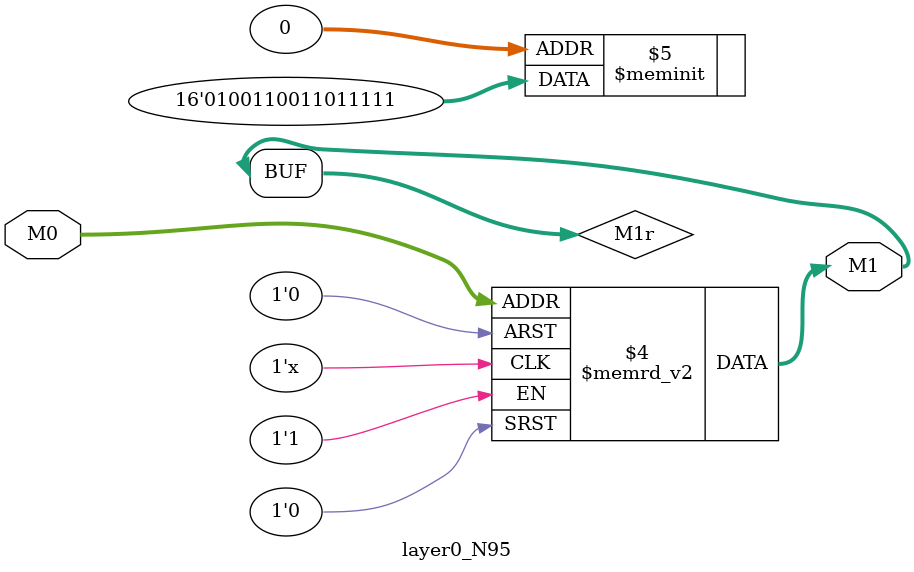
<source format=v>
module layer0_N95 ( input [2:0] M0, output [1:0] M1 );

	(*rom_style = "distributed" *) reg [1:0] M1r;
	assign M1 = M1r;
	always @ (M0) begin
		case (M0)
			3'b000: M1r = 2'b11;
			3'b100: M1r = 2'b00;
			3'b010: M1r = 2'b01;
			3'b110: M1r = 2'b00;
			3'b001: M1r = 2'b11;
			3'b101: M1r = 2'b11;
			3'b011: M1r = 2'b11;
			3'b111: M1r = 2'b01;

		endcase
	end
endmodule

</source>
